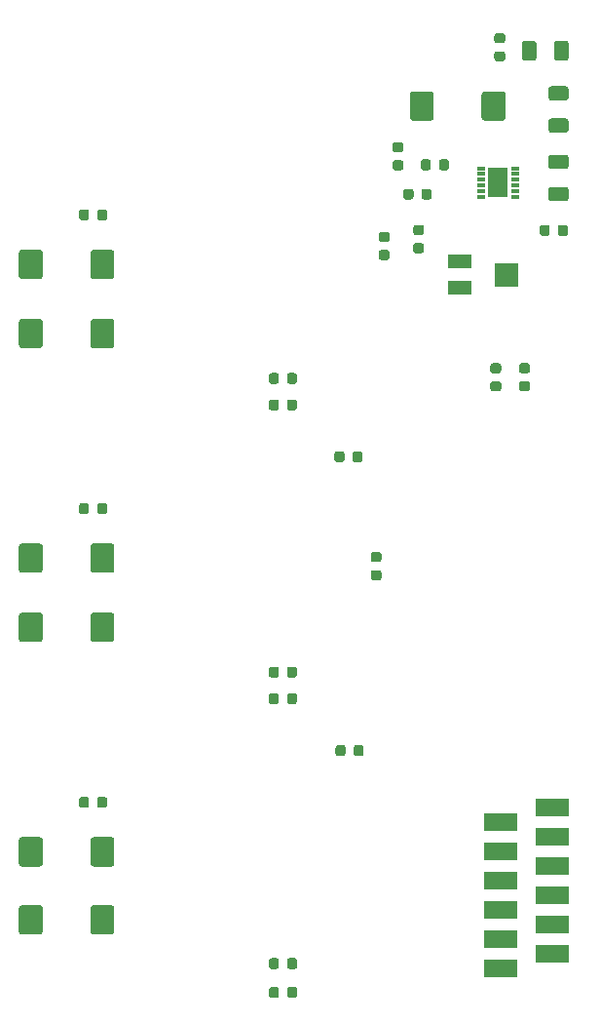
<source format=gbr>
G04 #@! TF.GenerationSoftware,KiCad,Pcbnew,(5.99.0-1438-g3759799d1)*
G04 #@! TF.CreationDate,2020-05-11T10:33:08+02:00*
G04 #@! TF.ProjectId,Uni_stick,556e695f-7374-4696-936b-2e6b69636164,rev?*
G04 #@! TF.SameCoordinates,Original*
G04 #@! TF.FileFunction,Paste,Top*
G04 #@! TF.FilePolarity,Positive*
%FSLAX46Y46*%
G04 Gerber Fmt 4.6, Leading zero omitted, Abs format (unit mm)*
G04 Created by KiCad (PCBNEW (5.99.0-1438-g3759799d1)) date 2020-05-11 10:33:08*
%MOMM*%
%LPD*%
G01*
G04 APERTURE LIST*
%ADD10R,2.000000X1.300000*%
%ADD11R,2.000000X2.000000*%
%ADD12R,3.000000X1.500000*%
%ADD13R,1.800000X2.600000*%
%ADD14R,0.800000X0.300000*%
G04 APERTURE END LIST*
G36*
G01*
X145475000Y-49675000D02*
X145475000Y-47625000D01*
G75*
G02*
X145725000Y-47375000I250000J0D01*
G01*
X147300000Y-47375000D01*
G75*
G02*
X147550000Y-47625000I0J-250000D01*
G01*
X147550000Y-49675000D01*
G75*
G02*
X147300000Y-49925000I-250000J0D01*
G01*
X145725000Y-49925000D01*
G75*
G02*
X145475000Y-49675000I0J250000D01*
G01*
G37*
G36*
G01*
X139250000Y-49675000D02*
X139250000Y-47625000D01*
G75*
G02*
X139500000Y-47375000I250000J0D01*
G01*
X141075000Y-47375000D01*
G75*
G02*
X141325000Y-47625000I0J-250000D01*
G01*
X141325000Y-49675000D01*
G75*
G02*
X141075000Y-49925000I-250000J0D01*
G01*
X139500000Y-49925000D01*
G75*
G02*
X139250000Y-49675000I0J250000D01*
G01*
G37*
G36*
G01*
X141050000Y-53493750D02*
X141050000Y-54006250D01*
G75*
G02*
X140831250Y-54225000I-218750J0D01*
G01*
X140393750Y-54225000D01*
G75*
G02*
X140175000Y-54006250I0J218750D01*
G01*
X140175000Y-53493750D01*
G75*
G02*
X140393750Y-53275000I218750J0D01*
G01*
X140831250Y-53275000D01*
G75*
G02*
X141050000Y-53493750I0J-218750D01*
G01*
G37*
G36*
G01*
X142625000Y-53493750D02*
X142625000Y-54006250D01*
G75*
G02*
X142406250Y-54225000I-218750J0D01*
G01*
X141968750Y-54225000D01*
G75*
G02*
X141750000Y-54006250I0J218750D01*
G01*
X141750000Y-53493750D01*
G75*
G02*
X141968750Y-53275000I218750J0D01*
G01*
X142406250Y-53275000D01*
G75*
G02*
X142625000Y-53493750I0J-218750D01*
G01*
G37*
D10*
X143600000Y-62150000D03*
D11*
X147600000Y-63300000D03*
D10*
X143600000Y-64450000D03*
D12*
X151650000Y-122285000D03*
X147150000Y-121015000D03*
X151650000Y-119745000D03*
X147150000Y-118475000D03*
X151650000Y-117205000D03*
X147150000Y-115935000D03*
X151650000Y-114665000D03*
X147150000Y-113395000D03*
X151650000Y-112125000D03*
X147150000Y-110855000D03*
X151650000Y-109585000D03*
X147150000Y-123555000D03*
G36*
G01*
X147306250Y-43200000D02*
X146793750Y-43200000D01*
G75*
G02*
X146575000Y-42981250I0J218750D01*
G01*
X146575000Y-42543750D01*
G75*
G02*
X146793750Y-42325000I218750J0D01*
G01*
X147306250Y-42325000D01*
G75*
G02*
X147525000Y-42543750I0J-218750D01*
G01*
X147525000Y-42981250D01*
G75*
G02*
X147306250Y-43200000I-218750J0D01*
G01*
G37*
G36*
G01*
X147306250Y-44775000D02*
X146793750Y-44775000D01*
G75*
G02*
X146575000Y-44556250I0J218750D01*
G01*
X146575000Y-44118750D01*
G75*
G02*
X146793750Y-43900000I218750J0D01*
G01*
X147306250Y-43900000D01*
G75*
G02*
X147525000Y-44118750I0J-218750D01*
G01*
X147525000Y-44556250D01*
G75*
G02*
X147306250Y-44775000I-218750J0D01*
G01*
G37*
G36*
G01*
X151775000Y-44475000D02*
X151775000Y-43225000D01*
G75*
G02*
X152025000Y-42975000I250000J0D01*
G01*
X152775000Y-42975000D01*
G75*
G02*
X153025000Y-43225000I0J-250000D01*
G01*
X153025000Y-44475000D01*
G75*
G02*
X152775000Y-44725000I-250000J0D01*
G01*
X152025000Y-44725000D01*
G75*
G02*
X151775000Y-44475000I0J250000D01*
G01*
G37*
G36*
G01*
X148975000Y-44475000D02*
X148975000Y-43225000D01*
G75*
G02*
X149225000Y-42975000I250000J0D01*
G01*
X149975000Y-42975000D01*
G75*
G02*
X150225000Y-43225000I0J-250000D01*
G01*
X150225000Y-44475000D01*
G75*
G02*
X149975000Y-44725000I-250000J0D01*
G01*
X149225000Y-44725000D01*
G75*
G02*
X148975000Y-44475000I0J250000D01*
G01*
G37*
G36*
G01*
X152775000Y-48175000D02*
X151525000Y-48175000D01*
G75*
G02*
X151275000Y-47925000I0J250000D01*
G01*
X151275000Y-47175000D01*
G75*
G02*
X151525000Y-46925000I250000J0D01*
G01*
X152775000Y-46925000D01*
G75*
G02*
X153025000Y-47175000I0J-250000D01*
G01*
X153025000Y-47925000D01*
G75*
G02*
X152775000Y-48175000I-250000J0D01*
G01*
G37*
G36*
G01*
X152775000Y-50975000D02*
X151525000Y-50975000D01*
G75*
G02*
X151275000Y-50725000I0J250000D01*
G01*
X151275000Y-49975000D01*
G75*
G02*
X151525000Y-49725000I250000J0D01*
G01*
X152775000Y-49725000D01*
G75*
G02*
X153025000Y-49975000I0J-250000D01*
G01*
X153025000Y-50725000D01*
G75*
G02*
X152775000Y-50975000I-250000J0D01*
G01*
G37*
G36*
G01*
X151400000Y-59193750D02*
X151400000Y-59706250D01*
G75*
G02*
X151181250Y-59925000I-218750J0D01*
G01*
X150743750Y-59925000D01*
G75*
G02*
X150525000Y-59706250I0J218750D01*
G01*
X150525000Y-59193750D01*
G75*
G02*
X150743750Y-58975000I218750J0D01*
G01*
X151181250Y-58975000D01*
G75*
G02*
X151400000Y-59193750I0J-218750D01*
G01*
G37*
G36*
G01*
X152975000Y-59193750D02*
X152975000Y-59706250D01*
G75*
G02*
X152756250Y-59925000I-218750J0D01*
G01*
X152318750Y-59925000D01*
G75*
G02*
X152100000Y-59706250I0J218750D01*
G01*
X152100000Y-59193750D01*
G75*
G02*
X152318750Y-58975000I218750J0D01*
G01*
X152756250Y-58975000D01*
G75*
G02*
X152975000Y-59193750I0J-218750D01*
G01*
G37*
G36*
G01*
X151525000Y-55675000D02*
X152775000Y-55675000D01*
G75*
G02*
X153025000Y-55925000I0J-250000D01*
G01*
X153025000Y-56675000D01*
G75*
G02*
X152775000Y-56925000I-250000J0D01*
G01*
X151525000Y-56925000D01*
G75*
G02*
X151275000Y-56675000I0J250000D01*
G01*
X151275000Y-55925000D01*
G75*
G02*
X151525000Y-55675000I250000J0D01*
G01*
G37*
G36*
G01*
X151525000Y-52875000D02*
X152775000Y-52875000D01*
G75*
G02*
X153025000Y-53125000I0J-250000D01*
G01*
X153025000Y-53875000D01*
G75*
G02*
X152775000Y-54125000I-250000J0D01*
G01*
X151525000Y-54125000D01*
G75*
G02*
X151275000Y-53875000I0J250000D01*
G01*
X151275000Y-53125000D01*
G75*
G02*
X151525000Y-52875000I250000J0D01*
G01*
G37*
D13*
X146900000Y-55300000D03*
D14*
X148400000Y-54050000D03*
X148400000Y-54550000D03*
X148400000Y-55050000D03*
X148400000Y-55550000D03*
X148400000Y-56050000D03*
X148400000Y-56550000D03*
X145400000Y-56550000D03*
X145400000Y-56050000D03*
X145400000Y-55550000D03*
X145400000Y-55050000D03*
X145400000Y-54550000D03*
X145400000Y-54050000D03*
G36*
G01*
X148943750Y-72550000D02*
X149456250Y-72550000D01*
G75*
G02*
X149675000Y-72768750I0J-218750D01*
G01*
X149675000Y-73206250D01*
G75*
G02*
X149456250Y-73425000I-218750J0D01*
G01*
X148943750Y-73425000D01*
G75*
G02*
X148725000Y-73206250I0J218750D01*
G01*
X148725000Y-72768750D01*
G75*
G02*
X148943750Y-72550000I218750J0D01*
G01*
G37*
G36*
G01*
X148943750Y-70975000D02*
X149456250Y-70975000D01*
G75*
G02*
X149675000Y-71193750I0J-218750D01*
G01*
X149675000Y-71631250D01*
G75*
G02*
X149456250Y-71850000I-218750J0D01*
G01*
X148943750Y-71850000D01*
G75*
G02*
X148725000Y-71631250I0J218750D01*
G01*
X148725000Y-71193750D01*
G75*
G02*
X148943750Y-70975000I218750J0D01*
G01*
G37*
G36*
G01*
X146443750Y-72550000D02*
X146956250Y-72550000D01*
G75*
G02*
X147175000Y-72768750I0J-218750D01*
G01*
X147175000Y-73206250D01*
G75*
G02*
X146956250Y-73425000I-218750J0D01*
G01*
X146443750Y-73425000D01*
G75*
G02*
X146225000Y-73206250I0J218750D01*
G01*
X146225000Y-72768750D01*
G75*
G02*
X146443750Y-72550000I218750J0D01*
G01*
G37*
G36*
G01*
X146443750Y-70975000D02*
X146956250Y-70975000D01*
G75*
G02*
X147175000Y-71193750I0J-218750D01*
G01*
X147175000Y-71631250D01*
G75*
G02*
X146956250Y-71850000I-218750J0D01*
G01*
X146443750Y-71850000D01*
G75*
G02*
X146225000Y-71631250I0J218750D01*
G01*
X146225000Y-71193750D01*
G75*
G02*
X146443750Y-70975000I218750J0D01*
G01*
G37*
G36*
G01*
X139743750Y-60550000D02*
X140256250Y-60550000D01*
G75*
G02*
X140475000Y-60768750I0J-218750D01*
G01*
X140475000Y-61206250D01*
G75*
G02*
X140256250Y-61425000I-218750J0D01*
G01*
X139743750Y-61425000D01*
G75*
G02*
X139525000Y-61206250I0J218750D01*
G01*
X139525000Y-60768750D01*
G75*
G02*
X139743750Y-60550000I218750J0D01*
G01*
G37*
G36*
G01*
X139743750Y-58975000D02*
X140256250Y-58975000D01*
G75*
G02*
X140475000Y-59193750I0J-218750D01*
G01*
X140475000Y-59631250D01*
G75*
G02*
X140256250Y-59850000I-218750J0D01*
G01*
X139743750Y-59850000D01*
G75*
G02*
X139525000Y-59631250I0J218750D01*
G01*
X139525000Y-59193750D01*
G75*
G02*
X139743750Y-58975000I218750J0D01*
G01*
G37*
G36*
G01*
X139550000Y-56043750D02*
X139550000Y-56556250D01*
G75*
G02*
X139331250Y-56775000I-218750J0D01*
G01*
X138893750Y-56775000D01*
G75*
G02*
X138675000Y-56556250I0J218750D01*
G01*
X138675000Y-56043750D01*
G75*
G02*
X138893750Y-55825000I218750J0D01*
G01*
X139331250Y-55825000D01*
G75*
G02*
X139550000Y-56043750I0J-218750D01*
G01*
G37*
G36*
G01*
X141125000Y-56043750D02*
X141125000Y-56556250D01*
G75*
G02*
X140906250Y-56775000I-218750J0D01*
G01*
X140468750Y-56775000D01*
G75*
G02*
X140250000Y-56556250I0J218750D01*
G01*
X140250000Y-56043750D01*
G75*
G02*
X140468750Y-55825000I218750J0D01*
G01*
X140906250Y-55825000D01*
G75*
G02*
X141125000Y-56043750I0J-218750D01*
G01*
G37*
G36*
G01*
X128550000Y-72556250D02*
X128550000Y-72043750D01*
G75*
G02*
X128768750Y-71825000I218750J0D01*
G01*
X129206250Y-71825000D01*
G75*
G02*
X129425000Y-72043750I0J-218750D01*
G01*
X129425000Y-72556250D01*
G75*
G02*
X129206250Y-72775000I-218750J0D01*
G01*
X128768750Y-72775000D01*
G75*
G02*
X128550000Y-72556250I0J218750D01*
G01*
G37*
G36*
G01*
X126975000Y-72556250D02*
X126975000Y-72043750D01*
G75*
G02*
X127193750Y-71825000I218750J0D01*
G01*
X127631250Y-71825000D01*
G75*
G02*
X127850000Y-72043750I0J-218750D01*
G01*
X127850000Y-72556250D01*
G75*
G02*
X127631250Y-72775000I-218750J0D01*
G01*
X127193750Y-72775000D01*
G75*
G02*
X126975000Y-72556250I0J218750D01*
G01*
G37*
G36*
G01*
X128550000Y-74856250D02*
X128550000Y-74343750D01*
G75*
G02*
X128768750Y-74125000I218750J0D01*
G01*
X129206250Y-74125000D01*
G75*
G02*
X129425000Y-74343750I0J-218750D01*
G01*
X129425000Y-74856250D01*
G75*
G02*
X129206250Y-75075000I-218750J0D01*
G01*
X128768750Y-75075000D01*
G75*
G02*
X128550000Y-74856250I0J218750D01*
G01*
G37*
G36*
G01*
X126975000Y-74856250D02*
X126975000Y-74343750D01*
G75*
G02*
X127193750Y-74125000I218750J0D01*
G01*
X127631250Y-74125000D01*
G75*
G02*
X127850000Y-74343750I0J-218750D01*
G01*
X127850000Y-74856250D01*
G75*
G02*
X127631250Y-75075000I-218750J0D01*
G01*
X127193750Y-75075000D01*
G75*
G02*
X126975000Y-74856250I0J218750D01*
G01*
G37*
G36*
G01*
X128550000Y-98056250D02*
X128550000Y-97543750D01*
G75*
G02*
X128768750Y-97325000I218750J0D01*
G01*
X129206250Y-97325000D01*
G75*
G02*
X129425000Y-97543750I0J-218750D01*
G01*
X129425000Y-98056250D01*
G75*
G02*
X129206250Y-98275000I-218750J0D01*
G01*
X128768750Y-98275000D01*
G75*
G02*
X128550000Y-98056250I0J218750D01*
G01*
G37*
G36*
G01*
X126975000Y-98056250D02*
X126975000Y-97543750D01*
G75*
G02*
X127193750Y-97325000I218750J0D01*
G01*
X127631250Y-97325000D01*
G75*
G02*
X127850000Y-97543750I0J-218750D01*
G01*
X127850000Y-98056250D01*
G75*
G02*
X127631250Y-98275000I-218750J0D01*
G01*
X127193750Y-98275000D01*
G75*
G02*
X126975000Y-98056250I0J218750D01*
G01*
G37*
G36*
G01*
X128550000Y-100356250D02*
X128550000Y-99843750D01*
G75*
G02*
X128768750Y-99625000I218750J0D01*
G01*
X129206250Y-99625000D01*
G75*
G02*
X129425000Y-99843750I0J-218750D01*
G01*
X129425000Y-100356250D01*
G75*
G02*
X129206250Y-100575000I-218750J0D01*
G01*
X128768750Y-100575000D01*
G75*
G02*
X128550000Y-100356250I0J218750D01*
G01*
G37*
G36*
G01*
X126975000Y-100356250D02*
X126975000Y-99843750D01*
G75*
G02*
X127193750Y-99625000I218750J0D01*
G01*
X127631250Y-99625000D01*
G75*
G02*
X127850000Y-99843750I0J-218750D01*
G01*
X127850000Y-100356250D01*
G75*
G02*
X127631250Y-100575000I-218750J0D01*
G01*
X127193750Y-100575000D01*
G75*
G02*
X126975000Y-100356250I0J218750D01*
G01*
G37*
G36*
G01*
X128562500Y-125856250D02*
X128562500Y-125343750D01*
G75*
G02*
X128781250Y-125125000I218750J0D01*
G01*
X129218750Y-125125000D01*
G75*
G02*
X129437500Y-125343750I0J-218750D01*
G01*
X129437500Y-125856250D01*
G75*
G02*
X129218750Y-126075000I-218750J0D01*
G01*
X128781250Y-126075000D01*
G75*
G02*
X128562500Y-125856250I0J218750D01*
G01*
G37*
G36*
G01*
X126987500Y-125856250D02*
X126987500Y-125343750D01*
G75*
G02*
X127206250Y-125125000I218750J0D01*
G01*
X127643750Y-125125000D01*
G75*
G02*
X127862500Y-125343750I0J-218750D01*
G01*
X127862500Y-125856250D01*
G75*
G02*
X127643750Y-126075000I-218750J0D01*
G01*
X127206250Y-126075000D01*
G75*
G02*
X126987500Y-125856250I0J218750D01*
G01*
G37*
G36*
G01*
X111350000Y-108843750D02*
X111350000Y-109356250D01*
G75*
G02*
X111131250Y-109575000I-218750J0D01*
G01*
X110693750Y-109575000D01*
G75*
G02*
X110475000Y-109356250I0J218750D01*
G01*
X110475000Y-108843750D01*
G75*
G02*
X110693750Y-108625000I218750J0D01*
G01*
X111131250Y-108625000D01*
G75*
G02*
X111350000Y-108843750I0J-218750D01*
G01*
G37*
G36*
G01*
X112925000Y-108843750D02*
X112925000Y-109356250D01*
G75*
G02*
X112706250Y-109575000I-218750J0D01*
G01*
X112268750Y-109575000D01*
G75*
G02*
X112050000Y-109356250I0J218750D01*
G01*
X112050000Y-108843750D01*
G75*
G02*
X112268750Y-108625000I218750J0D01*
G01*
X112706250Y-108625000D01*
G75*
G02*
X112925000Y-108843750I0J-218750D01*
G01*
G37*
G36*
G01*
X138456250Y-54225000D02*
X137943750Y-54225000D01*
G75*
G02*
X137725000Y-54006250I0J218750D01*
G01*
X137725000Y-53568750D01*
G75*
G02*
X137943750Y-53350000I218750J0D01*
G01*
X138456250Y-53350000D01*
G75*
G02*
X138675000Y-53568750I0J-218750D01*
G01*
X138675000Y-54006250D01*
G75*
G02*
X138456250Y-54225000I-218750J0D01*
G01*
G37*
G36*
G01*
X138456250Y-52650000D02*
X137943750Y-52650000D01*
G75*
G02*
X137725000Y-52431250I0J218750D01*
G01*
X137725000Y-51993750D01*
G75*
G02*
X137943750Y-51775000I218750J0D01*
G01*
X138456250Y-51775000D01*
G75*
G02*
X138675000Y-51993750I0J-218750D01*
G01*
X138675000Y-52431250D01*
G75*
G02*
X138456250Y-52650000I-218750J0D01*
G01*
G37*
G36*
G01*
X107325000Y-61375000D02*
X107325000Y-63425000D01*
G75*
G02*
X107075000Y-63675000I-250000J0D01*
G01*
X105500000Y-63675000D01*
G75*
G02*
X105250000Y-63425000I0J250000D01*
G01*
X105250000Y-61375000D01*
G75*
G02*
X105500000Y-61125000I250000J0D01*
G01*
X107075000Y-61125000D01*
G75*
G02*
X107325000Y-61375000I0J-250000D01*
G01*
G37*
G36*
G01*
X113550000Y-61375000D02*
X113550000Y-63425000D01*
G75*
G02*
X113300000Y-63675000I-250000J0D01*
G01*
X111725000Y-63675000D01*
G75*
G02*
X111475000Y-63425000I0J250000D01*
G01*
X111475000Y-61375000D01*
G75*
G02*
X111725000Y-61125000I250000J0D01*
G01*
X113300000Y-61125000D01*
G75*
G02*
X113550000Y-61375000I0J-250000D01*
G01*
G37*
G36*
G01*
X107325000Y-67375000D02*
X107325000Y-69425000D01*
G75*
G02*
X107075000Y-69675000I-250000J0D01*
G01*
X105500000Y-69675000D01*
G75*
G02*
X105250000Y-69425000I0J250000D01*
G01*
X105250000Y-67375000D01*
G75*
G02*
X105500000Y-67125000I250000J0D01*
G01*
X107075000Y-67125000D01*
G75*
G02*
X107325000Y-67375000I0J-250000D01*
G01*
G37*
G36*
G01*
X113550000Y-67375000D02*
X113550000Y-69425000D01*
G75*
G02*
X113300000Y-69675000I-250000J0D01*
G01*
X111725000Y-69675000D01*
G75*
G02*
X111475000Y-69425000I0J250000D01*
G01*
X111475000Y-67375000D01*
G75*
G02*
X111725000Y-67125000I250000J0D01*
G01*
X113300000Y-67125000D01*
G75*
G02*
X113550000Y-67375000I0J-250000D01*
G01*
G37*
G36*
G01*
X137256250Y-60450000D02*
X136743750Y-60450000D01*
G75*
G02*
X136525000Y-60231250I0J218750D01*
G01*
X136525000Y-59793750D01*
G75*
G02*
X136743750Y-59575000I218750J0D01*
G01*
X137256250Y-59575000D01*
G75*
G02*
X137475000Y-59793750I0J-218750D01*
G01*
X137475000Y-60231250D01*
G75*
G02*
X137256250Y-60450000I-218750J0D01*
G01*
G37*
G36*
G01*
X137256250Y-62025000D02*
X136743750Y-62025000D01*
G75*
G02*
X136525000Y-61806250I0J218750D01*
G01*
X136525000Y-61368750D01*
G75*
G02*
X136743750Y-61150000I218750J0D01*
G01*
X137256250Y-61150000D01*
G75*
G02*
X137475000Y-61368750I0J-218750D01*
G01*
X137475000Y-61806250D01*
G75*
G02*
X137256250Y-62025000I-218750J0D01*
G01*
G37*
G36*
G01*
X111350000Y-57843750D02*
X111350000Y-58356250D01*
G75*
G02*
X111131250Y-58575000I-218750J0D01*
G01*
X110693750Y-58575000D01*
G75*
G02*
X110475000Y-58356250I0J218750D01*
G01*
X110475000Y-57843750D01*
G75*
G02*
X110693750Y-57625000I218750J0D01*
G01*
X111131250Y-57625000D01*
G75*
G02*
X111350000Y-57843750I0J-218750D01*
G01*
G37*
G36*
G01*
X112925000Y-57843750D02*
X112925000Y-58356250D01*
G75*
G02*
X112706250Y-58575000I-218750J0D01*
G01*
X112268750Y-58575000D01*
G75*
G02*
X112050000Y-58356250I0J218750D01*
G01*
X112050000Y-57843750D01*
G75*
G02*
X112268750Y-57625000I218750J0D01*
G01*
X112706250Y-57625000D01*
G75*
G02*
X112925000Y-57843750I0J-218750D01*
G01*
G37*
G36*
G01*
X136556250Y-88250000D02*
X136043750Y-88250000D01*
G75*
G02*
X135825000Y-88031250I0J218750D01*
G01*
X135825000Y-87593750D01*
G75*
G02*
X136043750Y-87375000I218750J0D01*
G01*
X136556250Y-87375000D01*
G75*
G02*
X136775000Y-87593750I0J-218750D01*
G01*
X136775000Y-88031250D01*
G75*
G02*
X136556250Y-88250000I-218750J0D01*
G01*
G37*
G36*
G01*
X136556250Y-89825000D02*
X136043750Y-89825000D01*
G75*
G02*
X135825000Y-89606250I0J218750D01*
G01*
X135825000Y-89168750D01*
G75*
G02*
X136043750Y-88950000I218750J0D01*
G01*
X136556250Y-88950000D01*
G75*
G02*
X136775000Y-89168750I0J-218750D01*
G01*
X136775000Y-89606250D01*
G75*
G02*
X136556250Y-89825000I-218750J0D01*
G01*
G37*
G36*
G01*
X107325000Y-92875000D02*
X107325000Y-94925000D01*
G75*
G02*
X107075000Y-95175000I-250000J0D01*
G01*
X105500000Y-95175000D01*
G75*
G02*
X105250000Y-94925000I0J250000D01*
G01*
X105250000Y-92875000D01*
G75*
G02*
X105500000Y-92625000I250000J0D01*
G01*
X107075000Y-92625000D01*
G75*
G02*
X107325000Y-92875000I0J-250000D01*
G01*
G37*
G36*
G01*
X113550000Y-92875000D02*
X113550000Y-94925000D01*
G75*
G02*
X113300000Y-95175000I-250000J0D01*
G01*
X111725000Y-95175000D01*
G75*
G02*
X111475000Y-94925000I0J250000D01*
G01*
X111475000Y-92875000D01*
G75*
G02*
X111725000Y-92625000I250000J0D01*
G01*
X113300000Y-92625000D01*
G75*
G02*
X113550000Y-92875000I0J-250000D01*
G01*
G37*
G36*
G01*
X107325000Y-86875000D02*
X107325000Y-88925000D01*
G75*
G02*
X107075000Y-89175000I-250000J0D01*
G01*
X105500000Y-89175000D01*
G75*
G02*
X105250000Y-88925000I0J250000D01*
G01*
X105250000Y-86875000D01*
G75*
G02*
X105500000Y-86625000I250000J0D01*
G01*
X107075000Y-86625000D01*
G75*
G02*
X107325000Y-86875000I0J-250000D01*
G01*
G37*
G36*
G01*
X113550000Y-86875000D02*
X113550000Y-88925000D01*
G75*
G02*
X113300000Y-89175000I-250000J0D01*
G01*
X111725000Y-89175000D01*
G75*
G02*
X111475000Y-88925000I0J250000D01*
G01*
X111475000Y-86875000D01*
G75*
G02*
X111725000Y-86625000I250000J0D01*
G01*
X113300000Y-86625000D01*
G75*
G02*
X113550000Y-86875000I0J-250000D01*
G01*
G37*
G36*
G01*
X134250000Y-79356250D02*
X134250000Y-78843750D01*
G75*
G02*
X134468750Y-78625000I218750J0D01*
G01*
X134906250Y-78625000D01*
G75*
G02*
X135125000Y-78843750I0J-218750D01*
G01*
X135125000Y-79356250D01*
G75*
G02*
X134906250Y-79575000I-218750J0D01*
G01*
X134468750Y-79575000D01*
G75*
G02*
X134250000Y-79356250I0J218750D01*
G01*
G37*
G36*
G01*
X132675000Y-79356250D02*
X132675000Y-78843750D01*
G75*
G02*
X132893750Y-78625000I218750J0D01*
G01*
X133331250Y-78625000D01*
G75*
G02*
X133550000Y-78843750I0J-218750D01*
G01*
X133550000Y-79356250D01*
G75*
G02*
X133331250Y-79575000I-218750J0D01*
G01*
X132893750Y-79575000D01*
G75*
G02*
X132675000Y-79356250I0J218750D01*
G01*
G37*
G36*
G01*
X111350000Y-83343750D02*
X111350000Y-83856250D01*
G75*
G02*
X111131250Y-84075000I-218750J0D01*
G01*
X110693750Y-84075000D01*
G75*
G02*
X110475000Y-83856250I0J218750D01*
G01*
X110475000Y-83343750D01*
G75*
G02*
X110693750Y-83125000I218750J0D01*
G01*
X111131250Y-83125000D01*
G75*
G02*
X111350000Y-83343750I0J-218750D01*
G01*
G37*
G36*
G01*
X112925000Y-83343750D02*
X112925000Y-83856250D01*
G75*
G02*
X112706250Y-84075000I-218750J0D01*
G01*
X112268750Y-84075000D01*
G75*
G02*
X112050000Y-83856250I0J218750D01*
G01*
X112050000Y-83343750D01*
G75*
G02*
X112268750Y-83125000I218750J0D01*
G01*
X112706250Y-83125000D01*
G75*
G02*
X112925000Y-83343750I0J-218750D01*
G01*
G37*
G36*
G01*
X107325000Y-118275000D02*
X107325000Y-120325000D01*
G75*
G02*
X107075000Y-120575000I-250000J0D01*
G01*
X105500000Y-120575000D01*
G75*
G02*
X105250000Y-120325000I0J250000D01*
G01*
X105250000Y-118275000D01*
G75*
G02*
X105500000Y-118025000I250000J0D01*
G01*
X107075000Y-118025000D01*
G75*
G02*
X107325000Y-118275000I0J-250000D01*
G01*
G37*
G36*
G01*
X113550000Y-118275000D02*
X113550000Y-120325000D01*
G75*
G02*
X113300000Y-120575000I-250000J0D01*
G01*
X111725000Y-120575000D01*
G75*
G02*
X111475000Y-120325000I0J250000D01*
G01*
X111475000Y-118275000D01*
G75*
G02*
X111725000Y-118025000I250000J0D01*
G01*
X113300000Y-118025000D01*
G75*
G02*
X113550000Y-118275000I0J-250000D01*
G01*
G37*
G36*
G01*
X107325000Y-112375000D02*
X107325000Y-114425000D01*
G75*
G02*
X107075000Y-114675000I-250000J0D01*
G01*
X105500000Y-114675000D01*
G75*
G02*
X105250000Y-114425000I0J250000D01*
G01*
X105250000Y-112375000D01*
G75*
G02*
X105500000Y-112125000I250000J0D01*
G01*
X107075000Y-112125000D01*
G75*
G02*
X107325000Y-112375000I0J-250000D01*
G01*
G37*
G36*
G01*
X113550000Y-112375000D02*
X113550000Y-114425000D01*
G75*
G02*
X113300000Y-114675000I-250000J0D01*
G01*
X111725000Y-114675000D01*
G75*
G02*
X111475000Y-114425000I0J250000D01*
G01*
X111475000Y-112375000D01*
G75*
G02*
X111725000Y-112125000I250000J0D01*
G01*
X113300000Y-112125000D01*
G75*
G02*
X113550000Y-112375000I0J-250000D01*
G01*
G37*
G36*
G01*
X134350000Y-104856250D02*
X134350000Y-104343750D01*
G75*
G02*
X134568750Y-104125000I218750J0D01*
G01*
X135006250Y-104125000D01*
G75*
G02*
X135225000Y-104343750I0J-218750D01*
G01*
X135225000Y-104856250D01*
G75*
G02*
X135006250Y-105075000I-218750J0D01*
G01*
X134568750Y-105075000D01*
G75*
G02*
X134350000Y-104856250I0J218750D01*
G01*
G37*
G36*
G01*
X132775000Y-104856250D02*
X132775000Y-104343750D01*
G75*
G02*
X132993750Y-104125000I218750J0D01*
G01*
X133431250Y-104125000D01*
G75*
G02*
X133650000Y-104343750I0J-218750D01*
G01*
X133650000Y-104856250D01*
G75*
G02*
X133431250Y-105075000I-218750J0D01*
G01*
X132993750Y-105075000D01*
G75*
G02*
X132775000Y-104856250I0J218750D01*
G01*
G37*
G36*
G01*
X128562500Y-123356250D02*
X128562500Y-122843750D01*
G75*
G02*
X128781250Y-122625000I218750J0D01*
G01*
X129218750Y-122625000D01*
G75*
G02*
X129437500Y-122843750I0J-218750D01*
G01*
X129437500Y-123356250D01*
G75*
G02*
X129218750Y-123575000I-218750J0D01*
G01*
X128781250Y-123575000D01*
G75*
G02*
X128562500Y-123356250I0J218750D01*
G01*
G37*
G36*
G01*
X126987500Y-123356250D02*
X126987500Y-122843750D01*
G75*
G02*
X127206250Y-122625000I218750J0D01*
G01*
X127643750Y-122625000D01*
G75*
G02*
X127862500Y-122843750I0J-218750D01*
G01*
X127862500Y-123356250D01*
G75*
G02*
X127643750Y-123575000I-218750J0D01*
G01*
X127206250Y-123575000D01*
G75*
G02*
X126987500Y-123356250I0J218750D01*
G01*
G37*
M02*

</source>
